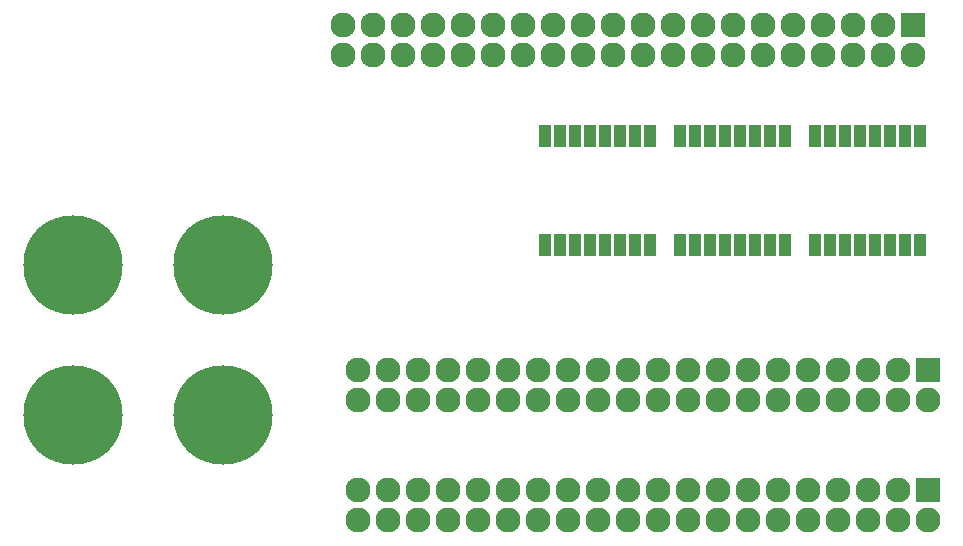
<source format=gts>
G04 #@! TF.GenerationSoftware,KiCad,Pcbnew,(2017-12-02 revision 3109343)-master*
G04 #@! TF.CreationDate,2018-01-05T09:38:41-05:00*
G04 #@! TF.ProjectId,stm_integrated_interface,73746D5F696E74656772617465645F69,rev?*
G04 #@! TF.SameCoordinates,Original*
G04 #@! TF.FileFunction,Soldermask,Top*
G04 #@! TF.FilePolarity,Negative*
%FSLAX46Y46*%
G04 Gerber Fmt 4.6, Leading zero omitted, Abs format (unit mm)*
G04 Created by KiCad (PCBNEW (2017-12-02 revision 3109343)-master) date Fri Jan  5 09:38:41 2018*
%MOMM*%
%LPD*%
G01*
G04 APERTURE LIST*
%ADD10R,2.127200X2.127200*%
%ADD11O,2.127200X2.127200*%
%ADD12C,8.400000*%
%ADD13R,1.000000X1.900000*%
G04 APERTURE END LIST*
D10*
X125730000Y-64770000D03*
D11*
X125730000Y-67310000D03*
X123190000Y-64770000D03*
X123190000Y-67310000D03*
X120650000Y-64770000D03*
X120650000Y-67310000D03*
X118110000Y-64770000D03*
X118110000Y-67310000D03*
X115570000Y-64770000D03*
X115570000Y-67310000D03*
X113030000Y-64770000D03*
X113030000Y-67310000D03*
X110490000Y-64770000D03*
X110490000Y-67310000D03*
X107950000Y-64770000D03*
X107950000Y-67310000D03*
X105410000Y-64770000D03*
X105410000Y-67310000D03*
X102870000Y-64770000D03*
X102870000Y-67310000D03*
X100330000Y-64770000D03*
X100330000Y-67310000D03*
X97790000Y-64770000D03*
X97790000Y-67310000D03*
X95250000Y-64770000D03*
X95250000Y-67310000D03*
X92710000Y-64770000D03*
X92710000Y-67310000D03*
X90170000Y-64770000D03*
X90170000Y-67310000D03*
X87630000Y-64770000D03*
X87630000Y-67310000D03*
X85090000Y-64770000D03*
X85090000Y-67310000D03*
X82550000Y-64770000D03*
X82550000Y-67310000D03*
X80010000Y-64770000D03*
X80010000Y-67310000D03*
X77470000Y-64770000D03*
X77470000Y-67310000D03*
X77470000Y-77470000D03*
X77470000Y-74930000D03*
X80010000Y-77470000D03*
X80010000Y-74930000D03*
X82550000Y-77470000D03*
X82550000Y-74930000D03*
X85090000Y-77470000D03*
X85090000Y-74930000D03*
X87630000Y-77470000D03*
X87630000Y-74930000D03*
X90170000Y-77470000D03*
X90170000Y-74930000D03*
X92710000Y-77470000D03*
X92710000Y-74930000D03*
X95250000Y-77470000D03*
X95250000Y-74930000D03*
X97790000Y-77470000D03*
X97790000Y-74930000D03*
X100330000Y-77470000D03*
X100330000Y-74930000D03*
X102870000Y-77470000D03*
X102870000Y-74930000D03*
X105410000Y-77470000D03*
X105410000Y-74930000D03*
X107950000Y-77470000D03*
X107950000Y-74930000D03*
X110490000Y-77470000D03*
X110490000Y-74930000D03*
X113030000Y-77470000D03*
X113030000Y-74930000D03*
X115570000Y-77470000D03*
X115570000Y-74930000D03*
X118110000Y-77470000D03*
X118110000Y-74930000D03*
X120650000Y-77470000D03*
X120650000Y-74930000D03*
X123190000Y-77470000D03*
X123190000Y-74930000D03*
X125730000Y-77470000D03*
D10*
X125730000Y-74930000D03*
D12*
X53340000Y-68580000D03*
X53340000Y-55880000D03*
X66040000Y-55880000D03*
X66040000Y-68580000D03*
D11*
X76200000Y-38100000D03*
X76200000Y-35560000D03*
X78740000Y-38100000D03*
X78740000Y-35560000D03*
X81280000Y-38100000D03*
X81280000Y-35560000D03*
X83820000Y-38100000D03*
X83820000Y-35560000D03*
X86360000Y-38100000D03*
X86360000Y-35560000D03*
X88900000Y-38100000D03*
X88900000Y-35560000D03*
X91440000Y-38100000D03*
X91440000Y-35560000D03*
X93980000Y-38100000D03*
X93980000Y-35560000D03*
X96520000Y-38100000D03*
X96520000Y-35560000D03*
X99060000Y-38100000D03*
X99060000Y-35560000D03*
X101600000Y-38100000D03*
X101600000Y-35560000D03*
X104140000Y-38100000D03*
X104140000Y-35560000D03*
X106680000Y-38100000D03*
X106680000Y-35560000D03*
X109220000Y-38100000D03*
X109220000Y-35560000D03*
X111760000Y-38100000D03*
X111760000Y-35560000D03*
X114300000Y-38100000D03*
X114300000Y-35560000D03*
X116840000Y-38100000D03*
X116840000Y-35560000D03*
X119380000Y-38100000D03*
X119380000Y-35560000D03*
X121920000Y-38100000D03*
X121920000Y-35560000D03*
X124460000Y-38100000D03*
D10*
X124460000Y-35560000D03*
D13*
X102235000Y-54180000D03*
X100965000Y-54180000D03*
X99695000Y-54180000D03*
X98425000Y-54180000D03*
X97155000Y-54180000D03*
X95885000Y-54180000D03*
X94615000Y-54180000D03*
X93345000Y-54180000D03*
X93345000Y-44880000D03*
X94615000Y-44880000D03*
X95885000Y-44880000D03*
X97155000Y-44880000D03*
X98425000Y-44880000D03*
X99695000Y-44880000D03*
X100965000Y-44880000D03*
X102235000Y-44880000D03*
X113665000Y-44880000D03*
X112395000Y-44880000D03*
X111125000Y-44880000D03*
X109855000Y-44880000D03*
X108585000Y-44880000D03*
X107315000Y-44880000D03*
X106045000Y-44880000D03*
X104775000Y-44880000D03*
X104775000Y-54180000D03*
X106045000Y-54180000D03*
X107315000Y-54180000D03*
X108585000Y-54180000D03*
X109855000Y-54180000D03*
X111125000Y-54180000D03*
X112395000Y-54180000D03*
X113665000Y-54180000D03*
X125095000Y-54180000D03*
X123825000Y-54180000D03*
X122555000Y-54180000D03*
X121285000Y-54180000D03*
X120015000Y-54180000D03*
X118745000Y-54180000D03*
X117475000Y-54180000D03*
X116205000Y-54180000D03*
X116205000Y-44880000D03*
X117475000Y-44880000D03*
X118745000Y-44880000D03*
X120015000Y-44880000D03*
X121285000Y-44880000D03*
X122555000Y-44880000D03*
X123825000Y-44880000D03*
X125095000Y-44880000D03*
M02*

</source>
